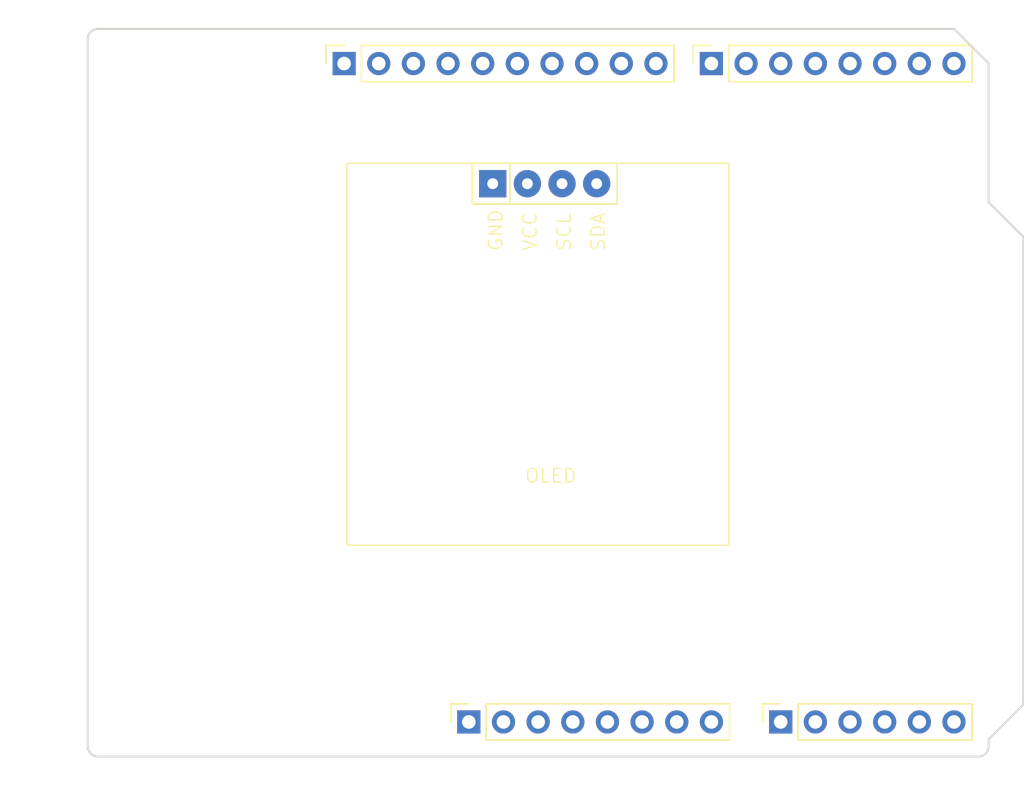
<source format=kicad_pcb>
(kicad_pcb (version 20240108) (generator "pcbnew") (generator_version "8.0")
  (title_block (date "mar. 31 mars 2015"))
  (layers (0 "F.Cu" signal) (31 "B.Cu" signal) (34 "B.Paste" user) (35 "F.Paste" user) (36 "B.SilkS" user "B.Silkscreen") (37 "F.SilkS" user "F.Silkscreen") (38 "B.Mask" user) (39 "F.Mask" user) (44 "Edge.Cuts" user))
  (net 0 "")
  (net 1 "GND")
  (net 3 "+5V")
  (net 4 "/IOREF")
  (net 5 "/A0")
  (net 6 "/A1")
  (net 7 "/A2")
  (net 8 "/A3")
  (net 9 "/SDA{slash}A4")
  (net 10 "/SCL{slash}A5")
  (net 11 "/13")
  (net 12 "/12")
  (net 13 "/AREF")
  (net 14 "/8")
  (net 15 "/7")
  (net 16 "/*11")
  (net 17 "/*10")
  (net 18 "/*9")
  (net 19 "/4")
  (net 20 "/2")
  (net 21 "/*6")
  (net 22 "/*5")
  (net 23 "/TX{slash}1")
  (net 24 "/*3")
  (net 25 "/RX{slash}0")
  (net 26 "+3V3")
  (net 27 "VCC")
  (net 28 "/~{RESET}")
  (footprint "Connector_PinSocket_2.54mm:PinSocket_1x08_P2.54mm_Vertical" (layer "F.Cu") (at 127.94 97.46 90)
    (property "Reference" "J1" (hide yes))
    (property "Value" "Power")
    (fp_line (start 1.33 -1.33) (end 1.33 0) (stroke (width 0.12)) (layer "F.SilkS"))
    (fp_line (start 0 -1.33) (end 1.33 -1.33) (stroke (width 0.12)) (layer "F.SilkS"))
    (fp_line (start 1.33 1.27) (end 1.33 19.11) (stroke (width 0.12)) (layer "F.SilkS"))
    (fp_line (start -1.33 1.27) (end 1.33 1.27) (stroke (width 0.12)) (layer "F.SilkS"))
    (fp_line (start -1.33 1.27) (end -1.33 19.11) (stroke (width 0.12)) (layer "F.SilkS"))
    (fp_line (start -1.33 19.11) (end 1.33 19.11) (stroke (width 0.12)) (layer "F.SilkS"))
    (pad "1" thru_hole rect (at 0 0 90) (size 1.7 1.7) (drill 1) (layers "*.Cu" "*.Mask"))
    (pad "2" thru_hole oval (at 0 2.54 90) (size 1.7 1.7) (drill 1) (layers "*.Cu" "*.Mask") (net 4 "/IOREF"))
    (pad "3" thru_hole oval (at 0 5.08 90) (size 1.7 1.7) (drill 1) (layers "*.Cu" "*.Mask") (net 28 "/~{RESET}"))
    (pad "4" thru_hole oval (at 0 7.62 90) (size 1.7 1.7) (drill 1) (layers "*.Cu" "*.Mask") (net 26 "+3V3"))
    (pad "5" thru_hole oval (at 0 10.16 90) (size 1.7 1.7) (drill 1) (layers "*.Cu" "*.Mask") (net 3 "+5V"))
    (pad "6" thru_hole oval (at 0 12.7 90) (size 1.7 1.7) (drill 1) (layers "*.Cu" "*.Mask") (net 1 "GND"))
    (pad "7" thru_hole oval (at 0 15.24 90) (size 1.7 1.7) (drill 1) (layers "*.Cu" "*.Mask") (net 1 "GND"))
    (pad "8" thru_hole oval (at 0 17.78 90) (size 1.7 1.7) (drill 1) (layers "*.Cu" "*.Mask") (net 27 "VCC"))
  )
  (footprint "Connector_PinSocket_2.54mm:PinSocket_1x06_P2.54mm_Vertical" (layer "F.Cu") (at 150.8 97.46 90)
    (property "Reference" "J3" (hide yes))
    (property "Value" "Analog")
    (fp_line (start 1.33 -1.33) (end 1.33 0) (stroke (width 0.12)) (layer "F.SilkS"))
    (fp_line (start 0 -1.33) (end 1.33 -1.33) (stroke (width 0.12)) (layer "F.SilkS"))
    (fp_line (start 1.33 1.27) (end 1.33 14.03) (stroke (width 0.12)) (layer "F.SilkS"))
    (fp_line (start -1.33 1.27) (end 1.33 1.27) (stroke (width 0.12)) (layer "F.SilkS"))
    (fp_line (start -1.33 1.27) (end -1.33 14.03) (stroke (width 0.12)) (layer "F.SilkS"))
    (fp_line (start -1.33 14.03) (end 1.33 14.03) (stroke (width 0.12)) (layer "F.SilkS"))
    (pad "1" thru_hole rect (at 0 0 90) (size 1.7 1.7) (drill 1) (layers "*.Cu" "*.Mask") (net 5 "/A0"))
    (pad "2" thru_hole oval (at 0 2.54 90) (size 1.7 1.7) (drill 1) (layers "*.Cu" "*.Mask") (net 6 "/A1"))
    (pad "3" thru_hole oval (at 0 5.08 90) (size 1.7 1.7) (drill 1) (layers "*.Cu" "*.Mask") (net 7 "/A2"))
    (pad "4" thru_hole oval (at 0 7.62 90) (size 1.7 1.7) (drill 1) (layers "*.Cu" "*.Mask") (net 8 "/A3"))
    (pad "5" thru_hole oval (at 0 10.16 90) (size 1.7 1.7) (drill 1) (layers "*.Cu" "*.Mask") (net 9 "/SDA{slash}A4"))
    (pad "6" thru_hole oval (at 0 12.7 90) (size 1.7 1.7) (drill 1) (layers "*.Cu" "*.Mask") (net 10 "/SCL{slash}A5"))
  )
  (footprint "Connector_PinSocket_2.54mm:PinSocket_1x10_P2.54mm_Vertical" (layer "F.Cu") (at 118.796 49.2 90)
    (property "Reference" "J2" (hide yes))
    (property "Value" "Digital/PWM")
    (fp_line (start 1.33 -1.33) (end 1.33 0) (stroke (width 0.12)) (layer "F.SilkS"))
    (fp_line (start 0 -1.33) (end 1.33 -1.33) (stroke (width 0.12)) (layer "F.SilkS"))
    (fp_line (start 1.33 1.27) (end 1.33 24.19) (stroke (width 0.12)) (layer "F.SilkS"))
    (fp_line (start -1.33 1.27) (end 1.33 1.27) (stroke (width 0.12)) (layer "F.SilkS"))
    (fp_line (start -1.33 1.27) (end -1.33 24.19) (stroke (width 0.12)) (layer "F.SilkS"))
    (fp_line (start -1.33 24.19) (end 1.33 24.19) (stroke (width 0.12)) (layer "F.SilkS"))
    (pad "1" thru_hole rect (at 0 0 90) (size 1.7 1.7) (drill 1) (layers "*.Cu" "*.Mask") (net 10 "/SCL{slash}A5"))
    (pad "2" thru_hole oval (at 0 2.54 90) (size 1.7 1.7) (drill 1) (layers "*.Cu" "*.Mask") (net 9 "/SDA{slash}A4"))
    (pad "3" thru_hole oval (at 0 5.08 90) (size 1.7 1.7) (drill 1) (layers "*.Cu" "*.Mask") (net 13 "/AREF"))
    (pad "4" thru_hole oval (at 0 7.62 90) (size 1.7 1.7) (drill 1) (layers "*.Cu" "*.Mask") (net 1 "GND"))
    (pad "5" thru_hole oval (at 0 10.16 90) (size 1.7 1.7) (drill 1) (layers "*.Cu" "*.Mask") (net 11 "/13"))
    (pad "6" thru_hole oval (at 0 12.7 90) (size 1.7 1.7) (drill 1) (layers "*.Cu" "*.Mask") (net 12 "/12"))
    (pad "7" thru_hole oval (at 0 15.24 90) (size 1.7 1.7) (drill 1) (layers "*.Cu" "*.Mask") (net 16 "/*11"))
    (pad "8" thru_hole oval (at 0 17.78 90) (size 1.7 1.7) (drill 1) (layers "*.Cu" "*.Mask") (net 17 "/*10"))
    (pad "9" thru_hole oval (at 0 20.32 90) (size 1.7 1.7) (drill 1) (layers "*.Cu" "*.Mask") (net 18 "/*9"))
    (pad "10" thru_hole oval (at 0 22.86 90) (size 1.7 1.7) (drill 1) (layers "*.Cu" "*.Mask") (net 14 "/8"))
  )
  (footprint "Connector_PinSocket_2.54mm:PinSocket_1x08_P2.54mm_Vertical" (layer "F.Cu") (at 145.72 49.2 90)
    (property "Reference" "J4" (hide yes))
    (property "Value" "Digital/PWM")
    (fp_line (start 1.33 -1.33) (end 1.33 0) (stroke (width 0.12)) (layer "F.SilkS"))
    (fp_line (start 0 -1.33) (end 1.33 -1.33) (stroke (width 0.12)) (layer "F.SilkS"))
    (fp_line (start 1.33 1.27) (end 1.33 19.11) (stroke (width 0.12)) (layer "F.SilkS"))
    (fp_line (start -1.33 1.27) (end 1.33 1.27) (stroke (width 0.12)) (layer "F.SilkS"))
    (fp_line (start -1.33 1.27) (end -1.33 19.11) (stroke (width 0.12)) (layer "F.SilkS"))
    (fp_line (start -1.33 19.11) (end 1.33 19.11) (stroke (width 0.12)) (layer "F.SilkS"))
    (pad "1" thru_hole rect (at 0 0 90) (size 1.7 1.7) (drill 1) (layers "*.Cu" "*.Mask") (net 15 "/7"))
    (pad "2" thru_hole oval (at 0 2.54 90) (size 1.7 1.7) (drill 1) (layers "*.Cu" "*.Mask") (net 21 "/*6"))
    (pad "3" thru_hole oval (at 0 5.08 90) (size 1.7 1.7) (drill 1) (layers "*.Cu" "*.Mask") (net 22 "/*5"))
    (pad "4" thru_hole oval (at 0 7.62 90) (size 1.7 1.7) (drill 1) (layers "*.Cu" "*.Mask") (net 19 "/4"))
    (pad "5" thru_hole oval (at 0 10.16 90) (size 1.7 1.7) (drill 1) (layers "*.Cu" "*.Mask") (net 24 "/*3"))
    (pad "6" thru_hole oval (at 0 12.7 90) (size 1.7 1.7) (drill 1) (layers "*.Cu" "*.Mask") (net 20 "/2"))
    (pad "7" thru_hole oval (at 0 15.24 90) (size 1.7 1.7) (drill 1) (layers "*.Cu" "*.Mask") (net 23 "/TX{slash}1"))
    (pad "8" thru_hole oval (at 0 17.78 90) (size 1.7 1.7) (drill 1) (layers "*.Cu" "*.Mask") (net 25 "/RX{slash}0"))
  )
  (footprint "MyLibEmpreinte:MyEmpreinte" (layer "F.Cu") (at 133.5 58.005)
    (property "Reference" "U1" (hide yes))
    (property "Value" "~")
    (fp_line (start -5.31 -1.5) (end 5.31 -1.5) (stroke (width 0.12)) (layer "F.SilkS"))
    (fp_line (start -5.31 1.5) (end -5.31 -1.5) (stroke (width 0.12)) (layer "F.SilkS"))
    (fp_line (start -2.54 -1.5) (end -2.54 1.5) (stroke (width 0.12)) (layer "F.SilkS"))
    (fp_line (start 5.31 -1.5) (end 5.31 1.5) (stroke (width 0.12)) (layer "F.SilkS"))
    (fp_line (start 5.31 1.5) (end -5.31 1.5) (stroke (width 0.12)) (layer "F.SilkS"))
    (fp_rect (start -14.5 -1.5) (end 13.5 26.5) (stroke (width 0.1)) (fill none) (layer "F.SilkS"))
    (fp_text user "SDA" (at 4.5 5 90) (layer "F.SilkS") (effects (font (thickness 0.1)) (justify left bottom)))
    (fp_text user "SCL" (at 2 5 90) (layer "F.SilkS") (effects (font (thickness 0.1)) (justify left bottom)))
    (fp_text user "GND" (at -3 5 90) (layer "F.SilkS") (effects (font (thickness 0.1)) (justify left bottom)))
    (fp_text user "OLED" (at -1.5 22 0) (layer "F.SilkS") (effects (font (thickness 0.1)) (justify left bottom)))
    (fp_text user "VCC" (at -0.5 5 90) (layer "F.SilkS") (effects (font (thickness 0.1)) (justify left bottom)))
    (pad "1" thru_hole rect (at -3.81 0) (size 2 2) (drill 0.8) (layers "*.Cu" "*.Mask"))
    (pad "2" thru_hole circle (at -1.27 0) (size 2 2) (drill 0.8) (layers "*.Cu" "*.Mask"))
    (pad "3" thru_hole circle (at 1.27 0) (size 2 2) (drill 0.8) (layers "*.Cu" "*.Mask"))
    (pad "4" thru_hole circle (at 3.81 0) (size 2 2) (drill 0.8) (layers "*.Cu" "*.Mask"))
  )
  (footprint "Arduino_MountingHole:MountingHole_3.2mm" (layer "F.Cu") (at 115.24 49.2)
    (property "Reference" "MH1" (hide yes))
    (property "Value" "MountingHole_3.2mm" (hide yes))
    (pad "" np_thru_hole circle (at 0 0) (size 3.2 3.2) (drill 3.2) (layers "*.Cu" "*.Mask"))
  )
  (footprint "Arduino_MountingHole:MountingHole_3.2mm" (layer "F.Cu") (at 113.97 97.46)
    (property "Reference" "MH2" (hide yes))
    (property "Value" "MountingHole_3.2mm" (hide yes))
    (pad "" np_thru_hole circle (at 0 0) (size 3.2 3.2) (drill 3.2) (layers "*.Cu" "*.Mask"))
  )
  (footprint "Arduino_MountingHole:MountingHole_3.2mm" (layer "F.Cu") (at 166.04 64.44)
    (property "Reference" "MH3" (hide yes))
    (property "Value" "MountingHole_3.2mm" (hide yes))
    (pad "" np_thru_hole circle (at 0 0) (size 3.2 3.2) (drill 3.2) (layers "*.Cu" "*.Mask"))
  )
  (footprint "Arduino_MountingHole:MountingHole_3.2mm" (layer "F.Cu") (at 166.04 92.38)
    (property "Reference" "MH4" (hide yes))
    (property "Value" "MountingHole_3.2mm" (hide yes))
    (pad "" np_thru_hole circle (at 0 0) (size 3.2 3.2) (drill 3.2) (layers "*.Cu" "*.Mask"))
  )
  (gr_line (start 166.04 59.36) (end 168.58 61.9) (stroke (width 0.15)) (layer "Edge.Cuts"))
  (gr_line (start 100 99.238) (end 100 47.422) (stroke (width 0.15)) (layer "Edge.Cuts"))
  (gr_line (start 168.58 61.9) (end 168.58 96.19) (stroke (width 0.15)) (layer "Edge.Cuts"))
  (gr_line (start 165.278 100) (end 100.762 100) (stroke (width 0.15)) (layer "Edge.Cuts"))
  (gr_line (start 100.762 46.66) (end 163.5 46.66) (stroke (width 0.15)) (layer "Edge.Cuts"))
  (gr_arc (start 100.762 100) (mid 100.223185 99.776815) (end 100 99.238) (stroke (width 0.15)) (layer "Edge.Cuts"))
  (gr_line (start 168.58 96.19) (end 166.04 98.73) (stroke (width 0.15)) (layer "Edge.Cuts"))
  (gr_line (start 163.5 46.66) (end 166.04 49.2) (stroke (width 0.15)) (layer "Edge.Cuts"))
  (gr_arc (start 166.04 99.238) (mid 165.816815 99.776815) (end 165.278 100) (stroke (width 0.15)) (layer "Edge.Cuts"))
  (gr_line (start 166.04 49.2) (end 166.04 59.36) (stroke (width 0.15)) (layer "Edge.Cuts"))
  (gr_line (start 166.04 98.73) (end 166.04 99.238) (stroke (width 0.15)) (layer "Edge.Cuts"))
  (gr_arc (start 100 47.422) (mid 100.223185 46.883185) (end 100.762 46.66) (stroke (width 0.15)) (layer "Edge.Cuts"))
)
</source>
